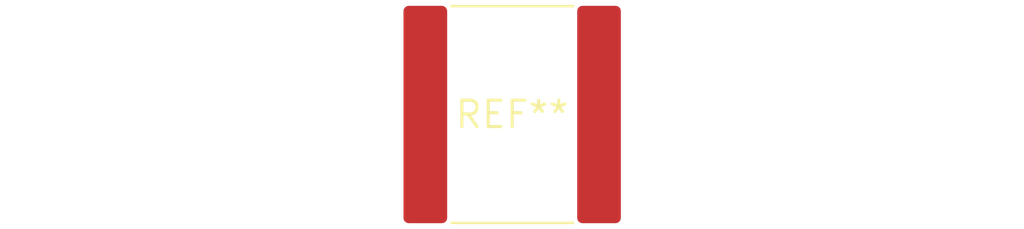
<source format=kicad_pcb>
(kicad_pcb (version 20240108) (generator pcbnew)
  (layers (0 "F.Cu" signal) (31 "B.Cu" signal) (34 "B.Paste" user) (35 "F.Paste" user) (36 "B.SilkS" user "B.Silkscreen") (37 "F.SilkS" user "F.Silkscreen") (38 "B.Mask" user) (39 "F.Mask" user) (44 "Edge.Cuts" user))
  (net 0 "")
  (footprint "C_3640_9110Metric_Pad2.10x10.45mm_HandSolder" (layer "F.Cu") (at 0 0)
    (property "Reference" "REF**")
    (property "Value" "C_3640_9110Metric_Pad2.10x10.45mm_HandSolder")
    (fp_line (start -2.922369 -5.21) (end 2.922369 -5.21) (layer "F.SilkS") (stroke (width 0.12)))
    (fp_line (start -2.922369 5.21) (end 2.922369 5.21) (layer "F.SilkS") (stroke (width 0.12)))
    (pad "1" smd roundrect (at -4.175 0) (size 2.1 10.45) (layers "F.Cu" "F.Paste" "F.Mask") (roundrect_rratio 0.119048))
    (pad "2" smd roundrect (at 4.175 0) (size 2.1 10.45) (layers "F.Cu" "F.Paste" "F.Mask") (roundrect_rratio 0.119048))
  )
)
</source>
